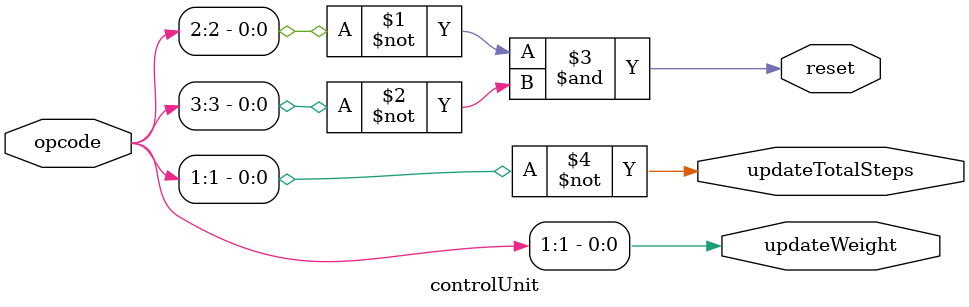
<source format=v>
module controlUnit(opcode, updateWeight, updateTotalSteps, reset);
    input   [3:0] opcode;
    output  updateWeight;
    output  updateTotalSteps;
    output  reset;

    assign reset = (~opcode[2]) & (~opcode[3]);
    assign updateWeight     =  opcode[1];
    assign updateTotalSteps = ~opcode[1];

endmodule
</source>
